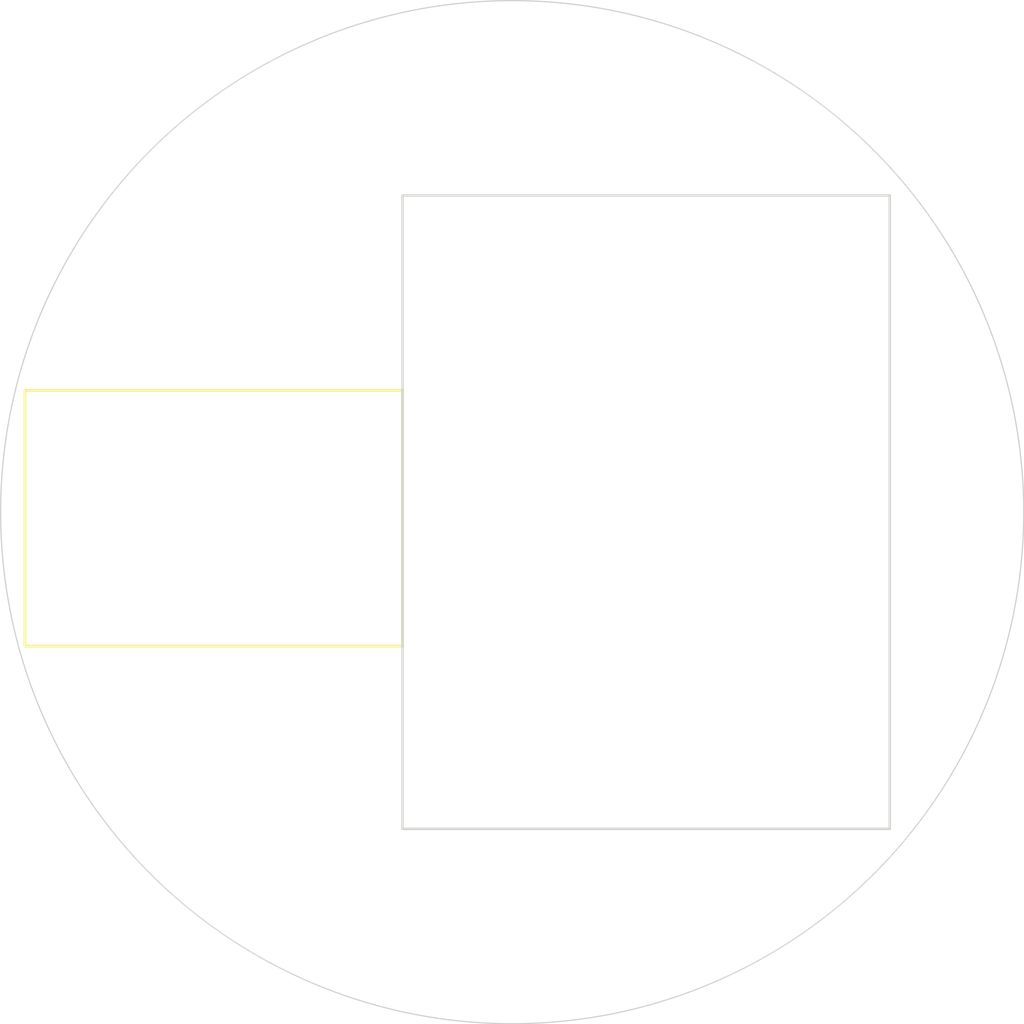
<source format=kicad_pcb>
(kicad_pcb (version 20171130) (host pcbnew "(5.1.2)-2")

  (general
    (thickness 1.6)
    (drawings 9)
    (tracks 0)
    (zones 0)
    (modules 0)
    (nets 1)
  )

  (page A4)
  (layers
    (0 F.Cu signal)
    (31 B.Cu signal)
    (32 B.Adhes user)
    (33 F.Adhes user)
    (34 B.Paste user)
    (35 F.Paste user)
    (36 B.SilkS user)
    (37 F.SilkS user)
    (38 B.Mask user)
    (39 F.Mask user)
    (40 Dwgs.User user)
    (41 Cmts.User user)
    (42 Eco1.User user)
    (43 Eco2.User user)
    (44 Edge.Cuts user)
    (45 Margin user)
    (46 B.CrtYd user)
    (47 F.CrtYd user)
    (48 B.Fab user)
    (49 F.Fab user)
  )

  (setup
    (last_trace_width 0.25)
    (trace_clearance 0.2)
    (zone_clearance 0.508)
    (zone_45_only no)
    (trace_min 0.2)
    (via_size 0.8)
    (via_drill 0.4)
    (via_min_size 0.4)
    (via_min_drill 0.3)
    (uvia_size 0.3)
    (uvia_drill 0.1)
    (uvias_allowed no)
    (uvia_min_size 0.2)
    (uvia_min_drill 0.1)
    (edge_width 0.05)
    (segment_width 0.2)
    (pcb_text_width 0.3)
    (pcb_text_size 1.5 1.5)
    (mod_edge_width 0.12)
    (mod_text_size 1 1)
    (mod_text_width 0.15)
    (pad_size 1.524 1.524)
    (pad_drill 0.762)
    (pad_to_mask_clearance 0.051)
    (solder_mask_min_width 0.25)
    (aux_axis_origin 0 0)
    (visible_elements 7FFFFFFF)
    (pcbplotparams
      (layerselection 0x010fc_ffffffff)
      (usegerberextensions false)
      (usegerberattributes false)
      (usegerberadvancedattributes false)
      (creategerberjobfile false)
      (excludeedgelayer true)
      (linewidth 0.100000)
      (plotframeref false)
      (viasonmask false)
      (mode 1)
      (useauxorigin false)
      (hpglpennumber 1)
      (hpglpenspeed 20)
      (hpglpendiameter 15.000000)
      (psnegative false)
      (psa4output false)
      (plotreference true)
      (plotvalue true)
      (plotinvisibletext false)
      (padsonsilk false)
      (subtractmaskfromsilk false)
      (outputformat 1)
      (mirror false)
      (drillshape 1)
      (scaleselection 1)
      (outputdirectory ""))
  )

  (net 0 "")

  (net_class Default "This is the default net class."
    (clearance 0.2)
    (trace_width 0.25)
    (via_dia 0.8)
    (via_drill 0.4)
    (uvia_dia 0.3)
    (uvia_drill 0.1)
  )

  (gr_line (start 155.5 105.5) (end 155.5 95) (layer F.SilkS) (width 0.12) (tstamp 5EB3467B))
  (gr_line (start 140 105.5) (end 155.5 105.5) (layer F.SilkS) (width 0.12))
  (gr_line (start 140 95) (end 140 105.5) (layer F.SilkS) (width 0.12))
  (gr_line (start 155.5 95) (end 140 95) (layer F.SilkS) (width 0.12))
  (gr_line (start 155.5 113) (end 155.5 87) (layer Edge.Cuts) (width 0.1) (tstamp 5EB3444B))
  (gr_line (start 175.5 87) (end 155.5 87) (layer Edge.Cuts) (width 0.1))
  (gr_line (start 175.5 113) (end 175.5 87) (layer Edge.Cuts) (width 0.1))
  (gr_line (start 155.5 113) (end 175.5 113) (layer Edge.Cuts) (width 0.1))
  (gr_circle (center 160 100) (end 181 100) (layer Edge.Cuts) (width 0.05))

)

</source>
